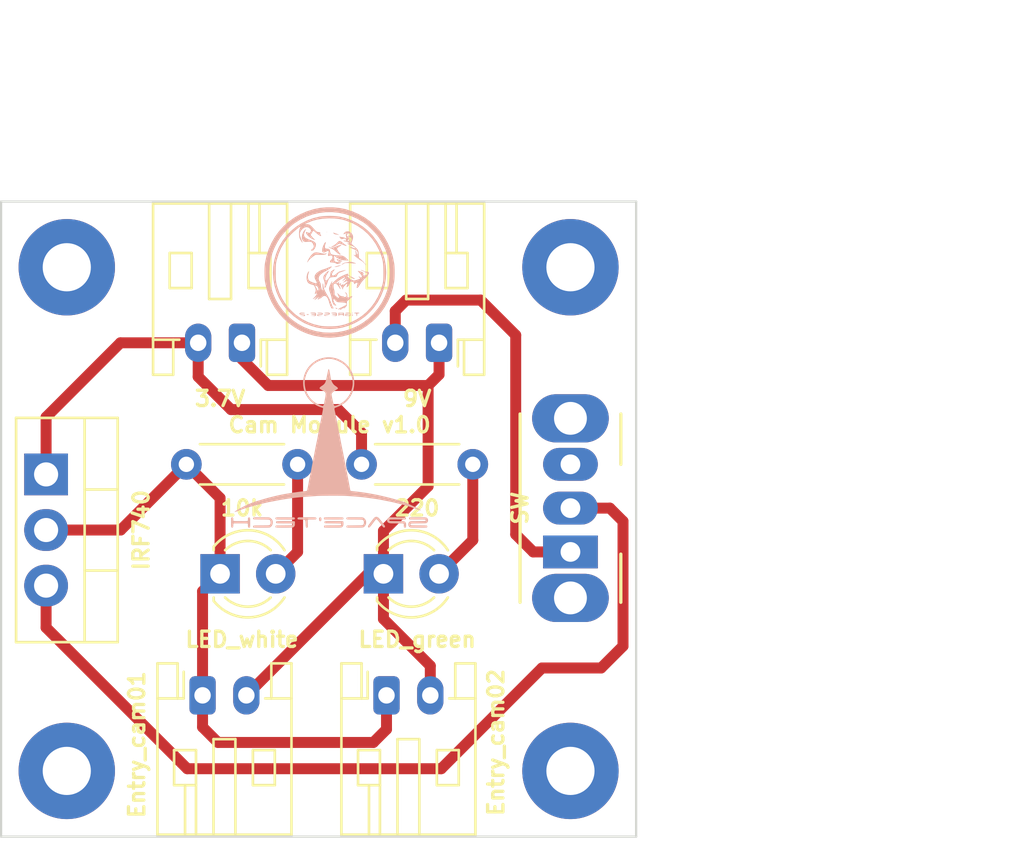
<source format=kicad_pcb>
(kicad_pcb (version 20211014) (generator pcbnew)
  (title_block (title "Carte d'alimentation caméra") (date "2022-02-05") (rev "v1.0") (company "Spacetech'Orléans"))
  (layers (0 "F.Cu" signal) (31 "B.Cu" signal) (34 "B.Paste" user) (35 "F.Paste" user) (36 "B.SilkS" user "B.Silkscreen") (37 "F.SilkS" user "F.Silkscreen") (38 "B.Mask" user) (39 "F.Mask" user) (44 "Edge.Cuts" user))
  (net 0 "")
  (net 1 "GND")
  (net 2 "Net-(J1-Pad2)")
  (net 3 "Net-(J4-Pad2)")
  (net 4 "Net-(D1-Pad2)")
  (net 5 "Net-(D2-Pad1)")
  (net 6 "Net-(D2-Pad2)")
  (net 7 "Net-(Q1-Pad3)")
  (footprint "Package_TO_SOT_THT:TO-220-3_Vertical" (layer "F.Cu") (at 172.055 115.46 -90)
    (fp_text reference "Q1" hide)
    (fp_text value "IRF740" (at 2.54 -4.345 90) (layer "F.SilkS") (effects (font (size 0.7 0.7))))
    (pad "1" thru_hole rect locked (at 0 0 270) (size 1.905 2) (drill 1.1) (layers *.Cu *.Mask) (net 2 "Net-(J1-Pad2)"))
    (pad "2" thru_hole oval locked (at 2.54 0 270) (size 1.905 2) (drill 1.1) (layers *.Cu *.Mask) (net 5 "Net-(D2-Pad1)"))
    (pad "3" thru_hole oval locked (at 5.08 0 270) (size 1.905 2) (drill 1.1) (layers *.Cu *.Mask) (net 7 "Net-(Q1-Pad3)"))
  )
  (footprint "Connector_JST:JST_PH_S2B-PH-K_1x02_P2.00mm_Horizontal" (layer "F.Cu") (at 179.2 125.55)
    (fp_text reference "J2" hide)
    (fp_text value "Entry_cam01" (at -3 2.25 90) (layer "F.SilkS") (effects (font (size 0.7 0.7))))
    (pad "1" thru_hole roundrect (at 0 0) (size 1.2 1.75) (drill 0.75) (layers *.Cu *.Mask) (roundrect_rratio 0.2083333333) (net 5 "Net-(D2-Pad1)"))
    (pad "2" thru_hole oval (at 2 0) (size 1.2 1.75) (drill 0.75) (layers *.Cu *.Mask) (net 1 "GND"))
  )
  (footprint "Resistor_THT:R_Axial_DIN0204_L3.6mm_D1.6mm_P5.08mm_Horizontal" (layer "F.Cu") (at 178.46 115)
    (fp_text reference "R2" hide)
    (fp_text value "10k" (at 2.54 2) (layer "F.SilkS") (effects (font (size 0.7 0.7))))
    (pad "1" thru_hole circle (at 0 0) (size 1.4 1.4) (drill 0.7) (layers *.Cu *.Mask) (net 5 "Net-(D2-Pad1)"))
    (pad "2" thru_hole oval (at 5.08 0) (size 1.4 1.4) (drill 0.7) (layers *.Cu *.Mask) (net 6 "Net-(D2-Pad2)"))
  )
  (footprint "LED_THT:LED_D3.0mm" (layer "F.Cu") (at 187.46 120)
    (fp_text reference "D1" hide)
    (fp_text value "LED_green" (at 1.54 3) (layer "F.SilkS") (effects (font (size 0.7 0.7))))
    (pad "1" thru_hole rect (at 0 0) (size 1.8 1.8) (drill 0.9) (layers *.Cu *.Mask) (net 1 "GND"))
    (pad "2" thru_hole circle (at 2.54 0) (size 1.8 1.8) (drill 0.9) (layers *.Cu *.Mask) (net 4 "Net-(D1-Pad2)"))
  )
  (footprint "LED_THT:LED_D3.0mm" (layer "F.Cu") (at 180 120)
    (fp_text reference "D2" hide)
    (fp_text value "LED_white" (at 1 3) (layer "F.SilkS") (effects (font (size 0.7 0.7))))
    (pad "1" thru_hole rect (at 0 0) (size 1.8 1.8) (drill 0.9) (layers *.Cu *.Mask) (net 5 "Net-(D2-Pad1)"))
    (pad "2" thru_hole circle (at 2.54 0) (size 1.8 1.8) (drill 0.9) (layers *.Cu *.Mask) (net 6 "Net-(D2-Pad2)"))
  )
  (footprint "MountingHole:MountingHole_2.2mm_M2_Pad" (layer "F.Cu") (at 173 106)
    (fp_text reference "H1" hide)
    (fp_text value "MountingHole" hide)
    (pad "1" thru_hole circle locked (at 0 0) (size 4.4 4.4) (drill 2.2) (layers *.Cu *.Mask))
  )
  (footprint "Button_Switch_THT:SW_CuK_OS102011MA1QN1_SPDT_Angled" (layer "F.Cu") (at 196 119 90)
    (fp_text reference "SW1" hide)
    (fp_text value "SW" (at 2 -2.3 90) (layer "F.SilkS") (effects (font (size 0.7 0.7))))
    (pad "" thru_hole oval (at -2.1 0 90) (size 2.2 3.5) (drill 1.5) (layers *.Cu *.Mask))
    (pad "" thru_hole oval (at 6.1 0 90) (size 2.2 3.5) (drill 1.5) (layers *.Cu *.Mask))
    (pad "1" thru_hole rect (at 0 0 90) (size 1.5 2.5) (drill 0.9) (layers *.Cu *.Mask) (net 3 "Net-(J4-Pad2)"))
    (pad "2" thru_hole oval (at 2 0 90) (size 1.5 2.5) (drill 0.9) (layers *.Cu *.Mask) (net 7 "Net-(Q1-Pad3)"))
    (pad "3" thru_hole oval (at 4 0 90) (size 1.5 2.5) (drill 0.9) (layers *.Cu *.Mask))
  )
  (footprint "Connector_JST:JST_PH_S2B-PH-K_1x02_P2.00mm_Horizontal" (layer "F.Cu") (at 187.6 125.55)
    (fp_text reference "J3" hide)
    (fp_text value "Entry_cam02" (at 5 2.15 270) (layer "F.SilkS") (effects (font (size 0.7 0.7))))
    (pad "1" thru_hole roundrect (at 0 0) (size 1.2 1.75) (drill 0.75) (layers *.Cu *.Mask) (roundrect_rratio 0.2083333333) (net 5 "Net-(D2-Pad1)"))
    (pad "2" thru_hole oval (at 2 0) (size 1.2 1.75) (drill 0.75) (layers *.Cu *.Mask) (net 1 "GND"))
  )
  (footprint "Connector_JST:JST_PH_S2B-PH-K_1x02_P2.00mm_Horizontal" (layer "F.Cu") (at 190 109.45 180)
    (fp_text reference "J4" hide)
    (fp_text value "9V" (at 1 -2.55) (layer "F.SilkS") (effects (font (size 0.7 0.7))))
    (pad "1" thru_hole roundrect locked (at 0 0 180) (size 1.2 1.75) (drill 0.75) (layers *.Cu *.Mask) (roundrect_rratio 0.2083333333) (net 1 "GND"))
    (pad "2" thru_hole oval locked (at 2 0 180) (size 1.2 1.75) (drill 0.75) (layers *.Cu *.Mask) (net 3 "Net-(J4-Pad2)"))
  )
  (footprint "Resistor_THT:R_Axial_DIN0204_L3.6mm_D1.6mm_P5.08mm_Horizontal" (layer "F.Cu") (at 186.46 115)
    (fp_text reference "R1" hide)
    (fp_text value "220" (at 2.54 2) (layer "F.SilkS") (effects (font (size 0.7 0.7))))
    (pad "1" thru_hole circle (at 0 0) (size 1.4 1.4) (drill 0.7) (layers *.Cu *.Mask) (net 2 "Net-(J1-Pad2)"))
    (pad "2" thru_hole oval (at 5.08 0) (size 1.4 1.4) (drill 0.7) (layers *.Cu *.Mask) (net 4 "Net-(D1-Pad2)"))
  )
  (footprint "Connector_JST:JST_PH_S2B-PH-K_1x02_P2.00mm_Horizontal" (layer "F.Cu") (at 181 109.45 180)
    (fp_text reference "J1" hide)
    (fp_text value "3.7V" (at 1 -2.55) (layer "F.SilkS") (effects (font (size 0.7 0.7))))
    (pad "1" thru_hole roundrect locked (at 0 0 180) (size 1.2 1.75) (drill 0.75) (layers *.Cu *.Mask) (roundrect_rratio 0.2083333333) (net 1 "GND"))
    (pad "2" thru_hole oval locked (at 2 0 180) (size 1.2 1.75) (drill 0.75) (layers *.Cu *.Mask) (net 2 "Net-(J1-Pad2)"))
  )
  (footprint "MountingHole:MountingHole_2.2mm_M2_Pad" (layer "F.Cu") (at 173 129)
    (fp_text reference "H2" hide)
    (fp_text value "MountingHole" hide)
    (pad "1" thru_hole circle locked (at 0 0) (size 4.4 4.4) (drill 2.2) (layers *.Cu *.Mask))
  )
  (footprint "MountingHole:MountingHole_2.2mm_M2_Pad" (layer "F.Cu") (at 196 129)
    (fp_text reference "H3" hide)
    (fp_text value "MountingHole" hide)
    (pad "1" thru_hole circle locked (at 0 0) (size 4.4 4.4) (drill 2.2) (layers *.Cu *.Mask))
  )
  (footprint "MountingHole:MountingHole_2.2mm_M2_Pad" (layer "F.Cu") (at 196 106)
    (fp_text reference "H4" hide)
    (fp_text value "MountingHole" hide)
    (pad "1" thru_hole circle locked (at 0 0) (size 4.4 4.4) (drill 2.2) (layers *.Cu *.Mask))
  )
  (footprint "Logos:Logo TigresseII" (layer "B.Cu") (at 185 106 180)
    (fp_text reference "G***" hide)
    (fp_text value "LOGO" hide)
  )
  (footprint "Logos:Logo Spacetech" (layer "B.Cu") (at 185 114 180)
    (fp_text reference "" (at 0 0) (layer "B.SilkS") (effects (font (size 1.524 1.524) (thickness 0.3)) (justify mirror)))
    (fp_text value "LOGO" hide)
  )
  (gr_line (start 170 132) (end 199 132) (layer "Edge.Cuts") (width 0.1))
  (gr_line (start 170 103) (end 170 132) (layer "Edge.Cuts") (width 0.1))
  (gr_line (start 199 103) (end 170 103) (layer "Edge.Cuts") (width 0.1))
  (gr_line (start 199 132) (end 199 103) (layer "Edge.Cuts") (width 0.1))
  (gr_text "Cam Module v1.0" (at 185 113.2) (layer "F.SilkS") (effects (font (size 0.7 0.7))))
  (segment (start 182.2 111.4) (end 189.5 111.4) (width 0.5) (layer "F.Cu") (net 1))
  (segment (start 187.46 120) (end 187.46 118.04) (width 0.5) (layer "F.Cu") (net 1))
  (segment (start 181 110.2) (end 182.2 111.4) (width 0.5) (layer "F.Cu") (net 1))
  (segment (start 187.46 118.04) (end 189.5 116) (width 0.5) (layer "F.Cu") (net 1))
  (segment (start 187.46 122.06) (end 187.46 120) (width 0.5) (layer "F.Cu") (net 1))
  (segment (start 189.6 125.55) (end 189.6 124.2) (width 0.5) (layer "F.Cu") (net 1))
  (segment (start 181 109.45) (end 181 110.2) (width 0.5) (layer "F.Cu") (net 1))
  (segment (start 189.6 124.2) (end 187.46 122.06) (width 0.5) (layer "F.Cu") (net 1))
  (segment (start 186.75 120) (end 187.46 120) (width 0.5) (layer "F.Cu") (net 1))
  (segment (start 190 110.9) (end 190 109.45) (width 0.5) (layer "F.Cu") (net 1))
  (segment (start 189.5 111.4) (end 190 110.9) (width 0.5) (layer "F.Cu") (net 1))
  (segment (start 189.5 116) (end 189.5 111.4) (width 0.5) (layer "F.Cu") (net 1))
  (segment (start 181.2 125.55) (end 186.75 120) (width 0.5) (layer "F.Cu") (net 1))
  (segment (start 175.45 109.45) (end 172.055 112.845) (width 0.5) (layer "F.Cu") (net 2))
  (segment (start 179 109.45) (end 175.45 109.45) (width 0.5) (layer "F.Cu") (net 2))
  (segment (start 186.46 113.56) (end 185.4 112.5) (width 0.5) (layer "F.Cu") (net 2))
  (segment (start 185.4 112.5) (end 180.5 112.5) (width 0.5) (layer "F.Cu") (net 2))
  (segment (start 186.46 115) (end 186.46 113.56) (width 0.5) (layer "F.Cu") (net 2))
  (segment (start 180.5 112.5) (end 179 111) (width 0.5) (layer "F.Cu") (net 2))
  (segment (start 172.055 112.845) (end 172.055 115.46) (width 0.5) (layer "F.Cu") (net 2))
  (segment (start 179 111) (end 179 109.45) (width 0.5) (layer "F.Cu") (net 2))
  (segment (start 188 109.45) (end 188 108) (width 0.5) (layer "F.Cu") (net 3))
  (segment (start 194.3 119) (end 196 119) (width 0.5) (layer "F.Cu") (net 3))
  (segment (start 193.5 109.1) (end 193.5 118.2) (width 0.5) (layer "F.Cu") (net 3))
  (segment (start 193.5 118.2) (end 194.3 119) (width 0.5) (layer "F.Cu") (net 3))
  (segment (start 188.5 107.5) (end 191.9 107.5) (width 0.5) (layer "F.Cu") (net 3))
  (segment (start 191.9 107.5) (end 193.5 109.1) (width 0.5) (layer "F.Cu") (net 3))
  (segment (start 188 108) (end 188.5 107.5) (width 0.5) (layer "F.Cu") (net 3))
  (segment (start 191.54 118.46) (end 190 120) (width 0.5) (layer "F.Cu") (net 4))
  (segment (start 191.54 115) (end 191.54 118.46) (width 0.5) (layer "F.Cu") (net 4))
  (segment (start 180 116.54) (end 180 120) (width 0.5) (layer "F.Cu") (net 5))
  (segment (start 187 127.7) (end 187.6 127.1) (width 0.5) (layer "F.Cu") (net 5))
  (segment (start 179.2 125.55) (end 179.2 127) (width 0.5) (layer "F.Cu") (net 5))
  (segment (start 179.9 127.7) (end 187 127.7) (width 0.5) (layer "F.Cu") (net 5))
  (segment (start 172.055 118) (end 175.46 118) (width 0.5) (layer "F.Cu") (net 5))
  (segment (start 179.2 127) (end 179.9 127.7) (width 0.5) (layer "F.Cu") (net 5))
  (segment (start 178.46 115) (end 180 116.54) (width 0.5) (layer "F.Cu") (net 5))
  (segment (start 179.2 120.8) (end 179.2 125.55) (width 0.5) (layer "F.Cu") (net 5))
  (segment (start 187.6 127.1) (end 187.6 125.55) (width 0.5) (layer "F.Cu") (net 5))
  (segment (start 180 120) (end 179.2 120.8) (width 0.5) (layer "F.Cu") (net 5))
  (segment (start 175.46 118) (end 178.46 115) (width 0.5) (layer "F.Cu") (net 5))
  (segment (start 183.54 119) (end 183.54 115) (width 0.5) (layer "F.Cu") (net 6))
  (segment (start 182.54 120) (end 183.54 119) (width 0.5) (layer "F.Cu") (net 6))
  (segment (start 198.4 123.3) (end 197.4 124.3) (width 0.5) (layer "F.Cu") (net 7))
  (segment (start 178.5 128.9) (end 172.055 122.455) (width 0.5) (layer "F.Cu") (net 7))
  (segment (start 196 117) (end 197.8 117) (width 0.5) (layer "F.Cu") (net 7))
  (segment (start 197.4 124.3) (end 194.7 124.3) (width 0.5) (layer "F.Cu") (net 7))
  (segment (start 197.8 117) (end 198.4 117.6) (width 0.5) (layer "F.Cu") (net 7))
  (segment (start 194.7 124.3) (end 190.1 128.9) (width 0.5) (layer "F.Cu") (net 7))
  (segment (start 190.1 128.9) (end 178.5 128.9) (width 0.5) (layer "F.Cu") (net 7))
  (segment (start 172.055 122.455) (end 172.055 120.54) (width 0.5) (layer "F.Cu") (net 7))
  (segment (start 198.4 117.6) (end 198.4 123.3) (width 0.5) (layer "F.Cu") (net 7))
)
</source>
